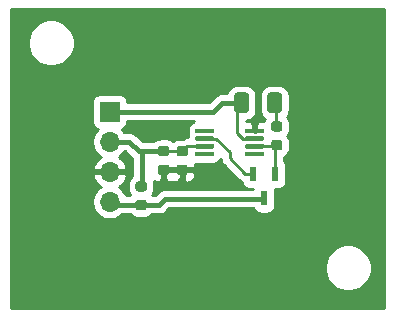
<source format=gbr>
%TF.GenerationSoftware,KiCad,Pcbnew,5.1.6-c6e7f7d~87~ubuntu18.04.1*%
%TF.CreationDate,2021-12-05T00:26:55-08:00*%
%TF.ProjectId,op-amp-low-side-current-sense,6f702d61-6d70-42d6-9c6f-772d73696465,rev?*%
%TF.SameCoordinates,Original*%
%TF.FileFunction,Copper,L1,Top*%
%TF.FilePolarity,Positive*%
%FSLAX46Y46*%
G04 Gerber Fmt 4.6, Leading zero omitted, Abs format (unit mm)*
G04 Created by KiCad (PCBNEW 5.1.6-c6e7f7d~87~ubuntu18.04.1) date 2021-12-05 00:26:55*
%MOMM*%
%LPD*%
G01*
G04 APERTURE LIST*
%TA.AperFunction,SMDPad,CuDef*%
%ADD10R,0.600000X1.300000*%
%TD*%
%TA.AperFunction,ComponentPad*%
%ADD11O,1.700000X1.700000*%
%TD*%
%TA.AperFunction,ComponentPad*%
%ADD12R,1.700000X1.700000*%
%TD*%
%TA.AperFunction,ViaPad*%
%ADD13C,0.800000*%
%TD*%
%TA.AperFunction,Conductor*%
%ADD14C,0.381000*%
%TD*%
%TA.AperFunction,Conductor*%
%ADD15C,0.250000*%
%TD*%
%TA.AperFunction,Conductor*%
%ADD16C,0.254000*%
%TD*%
G04 APERTURE END LIST*
%TO.P,R3,2*%
%TO.N,Net-(R1-Pad2)*%
%TA.AperFunction,SMDPad,CuDef*%
G36*
G01*
X165875000Y-93081000D02*
X165875000Y-91831000D01*
G75*
G02*
X166125000Y-91581000I250000J0D01*
G01*
X166875000Y-91581000D01*
G75*
G02*
X167125000Y-91831000I0J-250000D01*
G01*
X167125000Y-93081000D01*
G75*
G02*
X166875000Y-93331000I-250000J0D01*
G01*
X166125000Y-93331000D01*
G75*
G02*
X165875000Y-93081000I0J250000D01*
G01*
G37*
%TD.AperFunction*%
%TO.P,R3,1*%
%TO.N,/LOAD_RETURN*%
%TA.AperFunction,SMDPad,CuDef*%
G36*
G01*
X163075000Y-93081000D02*
X163075000Y-91831000D01*
G75*
G02*
X163325000Y-91581000I250000J0D01*
G01*
X164075000Y-91581000D01*
G75*
G02*
X164325000Y-91831000I0J-250000D01*
G01*
X164325000Y-93081000D01*
G75*
G02*
X164075000Y-93331000I-250000J0D01*
G01*
X163325000Y-93331000D01*
G75*
G02*
X163075000Y-93081000I0J250000D01*
G01*
G37*
%TD.AperFunction*%
%TD*%
%TO.P,U1,8*%
%TO.N,Net-(U1-Pad8)*%
%TA.AperFunction,SMDPad,CuDef*%
G36*
G01*
X161387000Y-96696500D02*
X161387000Y-96896500D01*
G75*
G02*
X161287000Y-96996500I-100000J0D01*
G01*
X159862000Y-96996500D01*
G75*
G02*
X159762000Y-96896500I0J100000D01*
G01*
X159762000Y-96696500D01*
G75*
G02*
X159862000Y-96596500I100000J0D01*
G01*
X161287000Y-96596500D01*
G75*
G02*
X161387000Y-96696500I0J-100000D01*
G01*
G37*
%TD.AperFunction*%
%TO.P,U1,7*%
%TO.N,+5V*%
%TA.AperFunction,SMDPad,CuDef*%
G36*
G01*
X161387000Y-96046500D02*
X161387000Y-96246500D01*
G75*
G02*
X161287000Y-96346500I-100000J0D01*
G01*
X159862000Y-96346500D01*
G75*
G02*
X159762000Y-96246500I0J100000D01*
G01*
X159762000Y-96046500D01*
G75*
G02*
X159862000Y-95946500I100000J0D01*
G01*
X161287000Y-95946500D01*
G75*
G02*
X161387000Y-96046500I0J-100000D01*
G01*
G37*
%TD.AperFunction*%
%TO.P,U1,6*%
%TO.N,Net-(Q1-Pad2)*%
%TA.AperFunction,SMDPad,CuDef*%
G36*
G01*
X161387000Y-95396500D02*
X161387000Y-95596500D01*
G75*
G02*
X161287000Y-95696500I-100000J0D01*
G01*
X159862000Y-95696500D01*
G75*
G02*
X159762000Y-95596500I0J100000D01*
G01*
X159762000Y-95396500D01*
G75*
G02*
X159862000Y-95296500I100000J0D01*
G01*
X161287000Y-95296500D01*
G75*
G02*
X161387000Y-95396500I0J-100000D01*
G01*
G37*
%TD.AperFunction*%
%TO.P,U1,5*%
%TO.N,Net-(U1-Pad5)*%
%TA.AperFunction,SMDPad,CuDef*%
G36*
G01*
X161387000Y-94746500D02*
X161387000Y-94946500D01*
G75*
G02*
X161287000Y-95046500I-100000J0D01*
G01*
X159862000Y-95046500D01*
G75*
G02*
X159762000Y-94946500I0J100000D01*
G01*
X159762000Y-94746500D01*
G75*
G02*
X159862000Y-94646500I100000J0D01*
G01*
X161287000Y-94646500D01*
G75*
G02*
X161387000Y-94746500I0J-100000D01*
G01*
G37*
%TD.AperFunction*%
%TO.P,U1,4*%
%TO.N,GND*%
%TA.AperFunction,SMDPad,CuDef*%
G36*
G01*
X165612000Y-94746500D02*
X165612000Y-94946500D01*
G75*
G02*
X165512000Y-95046500I-100000J0D01*
G01*
X164087000Y-95046500D01*
G75*
G02*
X163987000Y-94946500I0J100000D01*
G01*
X163987000Y-94746500D01*
G75*
G02*
X164087000Y-94646500I100000J0D01*
G01*
X165512000Y-94646500D01*
G75*
G02*
X165612000Y-94746500I0J-100000D01*
G01*
G37*
%TD.AperFunction*%
%TO.P,U1,3*%
%TO.N,/LOAD_RETURN*%
%TA.AperFunction,SMDPad,CuDef*%
G36*
G01*
X165612000Y-95396500D02*
X165612000Y-95596500D01*
G75*
G02*
X165512000Y-95696500I-100000J0D01*
G01*
X164087000Y-95696500D01*
G75*
G02*
X163987000Y-95596500I0J100000D01*
G01*
X163987000Y-95396500D01*
G75*
G02*
X164087000Y-95296500I100000J0D01*
G01*
X165512000Y-95296500D01*
G75*
G02*
X165612000Y-95396500I0J-100000D01*
G01*
G37*
%TD.AperFunction*%
%TO.P,U1,2*%
%TO.N,Net-(Q1-Pad1)*%
%TA.AperFunction,SMDPad,CuDef*%
G36*
G01*
X165612000Y-96046500D02*
X165612000Y-96246500D01*
G75*
G02*
X165512000Y-96346500I-100000J0D01*
G01*
X164087000Y-96346500D01*
G75*
G02*
X163987000Y-96246500I0J100000D01*
G01*
X163987000Y-96046500D01*
G75*
G02*
X164087000Y-95946500I100000J0D01*
G01*
X165512000Y-95946500D01*
G75*
G02*
X165612000Y-96046500I0J-100000D01*
G01*
G37*
%TD.AperFunction*%
%TO.P,U1,1*%
%TO.N,Net-(U1-Pad1)*%
%TA.AperFunction,SMDPad,CuDef*%
G36*
G01*
X165612000Y-96696500D02*
X165612000Y-96896500D01*
G75*
G02*
X165512000Y-96996500I-100000J0D01*
G01*
X164087000Y-96996500D01*
G75*
G02*
X163987000Y-96896500I0J100000D01*
G01*
X163987000Y-96696500D01*
G75*
G02*
X164087000Y-96596500I100000J0D01*
G01*
X165512000Y-96596500D01*
G75*
G02*
X165612000Y-96696500I0J-100000D01*
G01*
G37*
%TD.AperFunction*%
%TD*%
%TO.P,R2,2*%
%TO.N,/Vout*%
%TA.AperFunction,SMDPad,CuDef*%
G36*
G01*
X154937750Y-100680000D02*
X155450250Y-100680000D01*
G75*
G02*
X155669000Y-100898750I0J-218750D01*
G01*
X155669000Y-101336250D01*
G75*
G02*
X155450250Y-101555000I-218750J0D01*
G01*
X154937750Y-101555000D01*
G75*
G02*
X154719000Y-101336250I0J218750D01*
G01*
X154719000Y-100898750D01*
G75*
G02*
X154937750Y-100680000I218750J0D01*
G01*
G37*
%TD.AperFunction*%
%TO.P,R2,1*%
%TO.N,+5V*%
%TA.AperFunction,SMDPad,CuDef*%
G36*
G01*
X154937750Y-99105000D02*
X155450250Y-99105000D01*
G75*
G02*
X155669000Y-99323750I0J-218750D01*
G01*
X155669000Y-99761250D01*
G75*
G02*
X155450250Y-99980000I-218750J0D01*
G01*
X154937750Y-99980000D01*
G75*
G02*
X154719000Y-99761250I0J218750D01*
G01*
X154719000Y-99323750D01*
G75*
G02*
X154937750Y-99105000I218750J0D01*
G01*
G37*
%TD.AperFunction*%
%TD*%
%TO.P,R1,2*%
%TO.N,Net-(R1-Pad2)*%
%TA.AperFunction,SMDPad,CuDef*%
G36*
G01*
X166943750Y-94900000D02*
X166431250Y-94900000D01*
G75*
G02*
X166212500Y-94681250I0J218750D01*
G01*
X166212500Y-94243750D01*
G75*
G02*
X166431250Y-94025000I218750J0D01*
G01*
X166943750Y-94025000D01*
G75*
G02*
X167162500Y-94243750I0J-218750D01*
G01*
X167162500Y-94681250D01*
G75*
G02*
X166943750Y-94900000I-218750J0D01*
G01*
G37*
%TD.AperFunction*%
%TO.P,R1,1*%
%TO.N,Net-(Q1-Pad1)*%
%TA.AperFunction,SMDPad,CuDef*%
G36*
G01*
X166943750Y-96475000D02*
X166431250Y-96475000D01*
G75*
G02*
X166212500Y-96256250I0J218750D01*
G01*
X166212500Y-95818750D01*
G75*
G02*
X166431250Y-95600000I218750J0D01*
G01*
X166943750Y-95600000D01*
G75*
G02*
X167162500Y-95818750I0J-218750D01*
G01*
X167162500Y-96256250D01*
G75*
G02*
X166943750Y-96475000I-218750J0D01*
G01*
G37*
%TD.AperFunction*%
%TD*%
D10*
%TO.P,Q1,1*%
%TO.N,Net-(Q1-Pad1)*%
X166558000Y-98454500D03*
%TO.P,Q1,2*%
%TO.N,Net-(Q1-Pad2)*%
X164658000Y-98454500D03*
%TO.P,Q1,3*%
%TO.N,/Vout*%
X165608000Y-100554500D03*
%TD*%
%TO.P,C1,2*%
%TO.N,+5V*%
%TA.AperFunction,SMDPad,CuDef*%
G36*
G01*
X157355250Y-96995500D02*
X156842750Y-96995500D01*
G75*
G02*
X156624000Y-96776750I0J218750D01*
G01*
X156624000Y-96339250D01*
G75*
G02*
X156842750Y-96120500I218750J0D01*
G01*
X157355250Y-96120500D01*
G75*
G02*
X157574000Y-96339250I0J-218750D01*
G01*
X157574000Y-96776750D01*
G75*
G02*
X157355250Y-96995500I-218750J0D01*
G01*
G37*
%TD.AperFunction*%
%TO.P,C1,1*%
%TO.N,GND*%
%TA.AperFunction,SMDPad,CuDef*%
G36*
G01*
X157355250Y-98570500D02*
X156842750Y-98570500D01*
G75*
G02*
X156624000Y-98351750I0J218750D01*
G01*
X156624000Y-97914250D01*
G75*
G02*
X156842750Y-97695500I218750J0D01*
G01*
X157355250Y-97695500D01*
G75*
G02*
X157574000Y-97914250I0J-218750D01*
G01*
X157574000Y-98351750D01*
G75*
G02*
X157355250Y-98570500I-218750J0D01*
G01*
G37*
%TD.AperFunction*%
%TD*%
%TO.P,C2,2*%
%TO.N,+5V*%
%TA.AperFunction,SMDPad,CuDef*%
G36*
G01*
X158930050Y-97008200D02*
X158417550Y-97008200D01*
G75*
G02*
X158198800Y-96789450I0J218750D01*
G01*
X158198800Y-96351950D01*
G75*
G02*
X158417550Y-96133200I218750J0D01*
G01*
X158930050Y-96133200D01*
G75*
G02*
X159148800Y-96351950I0J-218750D01*
G01*
X159148800Y-96789450D01*
G75*
G02*
X158930050Y-97008200I-218750J0D01*
G01*
G37*
%TD.AperFunction*%
%TO.P,C2,1*%
%TO.N,GND*%
%TA.AperFunction,SMDPad,CuDef*%
G36*
G01*
X158930050Y-98583200D02*
X158417550Y-98583200D01*
G75*
G02*
X158198800Y-98364450I0J218750D01*
G01*
X158198800Y-97926950D01*
G75*
G02*
X158417550Y-97708200I218750J0D01*
G01*
X158930050Y-97708200D01*
G75*
G02*
X159148800Y-97926950I0J-218750D01*
G01*
X159148800Y-98364450D01*
G75*
G02*
X158930050Y-98583200I-218750J0D01*
G01*
G37*
%TD.AperFunction*%
%TD*%
D11*
%TO.P,J2,4*%
%TO.N,/Vout*%
X152527000Y-100838000D03*
%TO.P,J2,3*%
%TO.N,GND*%
X152527000Y-98298000D03*
%TO.P,J2,2*%
%TO.N,+5V*%
X152527000Y-95758000D03*
D12*
%TO.P,J2,1*%
%TO.N,/LOAD_RETURN*%
X152527000Y-93218000D03*
%TD*%
D13*
%TO.N,GND*%
X157099000Y-99187000D03*
X158623000Y-99187000D03*
X164846000Y-94107000D03*
X157226000Y-94615000D03*
%TD*%
D14*
%TO.N,GND*%
X164846000Y-94800000D02*
X164799500Y-94846500D01*
X164846000Y-94107000D02*
X164846000Y-94800000D01*
X157099000Y-98133000D02*
X157099000Y-99187000D01*
X158673800Y-99136200D02*
X158623000Y-99187000D01*
X158673800Y-98145700D02*
X158673800Y-99136200D01*
%TO.N,/Vout*%
X152837000Y-101148000D02*
X152527000Y-100838000D01*
X152781000Y-100584000D02*
X152527000Y-100838000D01*
X156718000Y-101092000D02*
X157226000Y-100584000D01*
X165578500Y-100584000D02*
X165608000Y-100554500D01*
X157226000Y-100584000D02*
X165578500Y-100584000D01*
X155194000Y-101117500D02*
X155219500Y-101092000D01*
X155219500Y-101092000D02*
X156718000Y-101092000D01*
X155168500Y-101092000D02*
X155194000Y-101117500D01*
X152527000Y-100838000D02*
X152781000Y-101092000D01*
X152781000Y-101092000D02*
X155168500Y-101092000D01*
D15*
%TO.N,+5V*%
X159098000Y-96146500D02*
X158673800Y-96570700D01*
X160574500Y-96146500D02*
X159098000Y-96146500D01*
X158661100Y-96558000D02*
X158673800Y-96570700D01*
X157099000Y-96558000D02*
X158661100Y-96558000D01*
D14*
X152527000Y-95758000D02*
X154178000Y-95758000D01*
X154178000Y-95758000D02*
X154978000Y-96558000D01*
X155232000Y-99504500D02*
X155194000Y-99542500D01*
X155232000Y-96558000D02*
X155232000Y-99504500D01*
X155232000Y-96558000D02*
X157099000Y-96558000D01*
X154978000Y-96558000D02*
X155232000Y-96558000D01*
D15*
%TO.N,/LOAD_RETURN*%
X163822500Y-95496500D02*
X164799500Y-95496500D01*
X163322000Y-94996000D02*
X163822500Y-95496500D01*
X163700000Y-92456000D02*
X163322000Y-92834000D01*
X163322000Y-92834000D02*
X163322000Y-94234000D01*
X163322000Y-94234000D02*
X163322000Y-94996000D01*
D14*
X152527000Y-93218000D02*
X161290000Y-93218000D01*
X162052000Y-92456000D02*
X163700000Y-92456000D01*
X161290000Y-93218000D02*
X162052000Y-92456000D01*
D15*
%TO.N,Net-(Q1-Pad1)*%
X166578500Y-96146500D02*
X166687500Y-96037500D01*
X164799500Y-96146500D02*
X166578500Y-96146500D01*
X166558000Y-96167000D02*
X166687500Y-96037500D01*
X166558000Y-98454500D02*
X166558000Y-96167000D01*
%TO.N,Net-(Q1-Pad2)*%
X162687000Y-97155000D02*
X163986500Y-98454500D01*
X160574500Y-95496500D02*
X161536500Y-95496500D01*
X163986500Y-98454500D02*
X164658000Y-98454500D01*
X162687000Y-96647000D02*
X162687000Y-97155000D01*
X161536500Y-95496500D02*
X162687000Y-96647000D01*
%TO.N,Net-(R1-Pad2)*%
X166649500Y-94424500D02*
X166687500Y-94462500D01*
X166649500Y-92964000D02*
X166649500Y-94424500D01*
%TD*%
D16*
%TO.N,GND*%
G36*
X175743000Y-109830000D02*
G01*
X144170000Y-109830000D01*
X144170000Y-106230495D01*
X170735000Y-106230495D01*
X170735000Y-106621505D01*
X170811282Y-107005003D01*
X170960915Y-107366250D01*
X171178149Y-107691364D01*
X171454636Y-107967851D01*
X171779750Y-108185085D01*
X172140997Y-108334718D01*
X172524495Y-108411000D01*
X172915505Y-108411000D01*
X173299003Y-108334718D01*
X173660250Y-108185085D01*
X173985364Y-107967851D01*
X174261851Y-107691364D01*
X174479085Y-107366250D01*
X174628718Y-107005003D01*
X174705000Y-106621505D01*
X174705000Y-106230495D01*
X174628718Y-105846997D01*
X174479085Y-105485750D01*
X174261851Y-105160636D01*
X173985364Y-104884149D01*
X173660250Y-104666915D01*
X173299003Y-104517282D01*
X172915505Y-104441000D01*
X172524495Y-104441000D01*
X172140997Y-104517282D01*
X171779750Y-104666915D01*
X171454636Y-104884149D01*
X171178149Y-105160636D01*
X170960915Y-105485750D01*
X170811282Y-105846997D01*
X170735000Y-106230495D01*
X144170000Y-106230495D01*
X144170000Y-92368000D01*
X151038928Y-92368000D01*
X151038928Y-94068000D01*
X151051188Y-94192482D01*
X151087498Y-94312180D01*
X151146463Y-94422494D01*
X151225815Y-94519185D01*
X151322506Y-94598537D01*
X151432820Y-94657502D01*
X151505380Y-94679513D01*
X151373525Y-94811368D01*
X151211010Y-95054589D01*
X151099068Y-95324842D01*
X151042000Y-95611740D01*
X151042000Y-95904260D01*
X151099068Y-96191158D01*
X151211010Y-96461411D01*
X151373525Y-96704632D01*
X151580368Y-96911475D01*
X151762534Y-97033195D01*
X151645645Y-97102822D01*
X151429412Y-97297731D01*
X151255359Y-97531080D01*
X151130175Y-97793901D01*
X151085524Y-97941110D01*
X151206845Y-98171000D01*
X152400000Y-98171000D01*
X152400000Y-98151000D01*
X152654000Y-98151000D01*
X152654000Y-98171000D01*
X153847155Y-98171000D01*
X153968476Y-97941110D01*
X153923825Y-97793901D01*
X153798641Y-97531080D01*
X153624588Y-97297731D01*
X153408355Y-97102822D01*
X153291466Y-97033195D01*
X153473632Y-96911475D01*
X153680475Y-96704632D01*
X153761413Y-96583500D01*
X153836067Y-96583500D01*
X154365611Y-97113044D01*
X154391459Y-97144541D01*
X154406500Y-97156885D01*
X154406501Y-98656650D01*
X154331885Y-98717885D01*
X154225329Y-98847725D01*
X154146150Y-98995858D01*
X154097392Y-99156592D01*
X154080928Y-99323750D01*
X154080928Y-99761250D01*
X154097392Y-99928408D01*
X154146150Y-100089142D01*
X154225329Y-100237275D01*
X154249313Y-100266500D01*
X153897629Y-100266500D01*
X153842990Y-100134589D01*
X153680475Y-99891368D01*
X153473632Y-99684525D01*
X153291466Y-99562805D01*
X153408355Y-99493178D01*
X153624588Y-99298269D01*
X153798641Y-99064920D01*
X153923825Y-98802099D01*
X153968476Y-98654890D01*
X153847155Y-98425000D01*
X152654000Y-98425000D01*
X152654000Y-98445000D01*
X152400000Y-98445000D01*
X152400000Y-98425000D01*
X151206845Y-98425000D01*
X151085524Y-98654890D01*
X151130175Y-98802099D01*
X151255359Y-99064920D01*
X151429412Y-99298269D01*
X151645645Y-99493178D01*
X151762534Y-99562805D01*
X151580368Y-99684525D01*
X151373525Y-99891368D01*
X151211010Y-100134589D01*
X151099068Y-100404842D01*
X151042000Y-100691740D01*
X151042000Y-100984260D01*
X151099068Y-101271158D01*
X151211010Y-101541411D01*
X151373525Y-101784632D01*
X151580368Y-101991475D01*
X151823589Y-102153990D01*
X152093842Y-102265932D01*
X152380740Y-102323000D01*
X152673260Y-102323000D01*
X152960158Y-102265932D01*
X153230411Y-102153990D01*
X153473632Y-101991475D01*
X153547607Y-101917500D01*
X154311684Y-101917500D01*
X154331885Y-101942115D01*
X154461725Y-102048671D01*
X154609858Y-102127850D01*
X154770592Y-102176608D01*
X154937750Y-102193072D01*
X155450250Y-102193072D01*
X155617408Y-102176608D01*
X155778142Y-102127850D01*
X155926275Y-102048671D01*
X156056115Y-101942115D01*
X156076316Y-101917500D01*
X156677450Y-101917500D01*
X156718000Y-101921494D01*
X156758550Y-101917500D01*
X156758553Y-101917500D01*
X156879826Y-101905556D01*
X157035434Y-101858353D01*
X157178842Y-101781699D01*
X157304541Y-101678541D01*
X157330398Y-101647034D01*
X157567932Y-101409500D01*
X164706613Y-101409500D01*
X164718498Y-101448680D01*
X164777463Y-101558994D01*
X164856815Y-101655685D01*
X164953506Y-101735037D01*
X165063820Y-101794002D01*
X165183518Y-101830312D01*
X165308000Y-101842572D01*
X165908000Y-101842572D01*
X166032482Y-101830312D01*
X166152180Y-101794002D01*
X166262494Y-101735037D01*
X166359185Y-101655685D01*
X166438537Y-101558994D01*
X166497502Y-101448680D01*
X166533812Y-101328982D01*
X166546072Y-101204500D01*
X166546072Y-99904500D01*
X166533812Y-99780018D01*
X166522453Y-99742572D01*
X166858000Y-99742572D01*
X166982482Y-99730312D01*
X167102180Y-99694002D01*
X167212494Y-99635037D01*
X167309185Y-99555685D01*
X167388537Y-99458994D01*
X167447502Y-99348680D01*
X167483812Y-99228982D01*
X167496072Y-99104500D01*
X167496072Y-97804500D01*
X167483812Y-97680018D01*
X167447502Y-97560320D01*
X167388537Y-97450006D01*
X167318000Y-97364056D01*
X167318000Y-97023071D01*
X167419775Y-96968671D01*
X167549615Y-96862115D01*
X167656171Y-96732275D01*
X167735350Y-96584142D01*
X167784108Y-96423408D01*
X167800572Y-96256250D01*
X167800572Y-95818750D01*
X167784108Y-95651592D01*
X167735350Y-95490858D01*
X167656171Y-95342725D01*
X167580074Y-95250000D01*
X167656171Y-95157275D01*
X167735350Y-95009142D01*
X167784108Y-94848408D01*
X167800572Y-94681250D01*
X167800572Y-94243750D01*
X167784108Y-94076592D01*
X167735350Y-93915858D01*
X167656171Y-93767725D01*
X167555454Y-93645000D01*
X167613405Y-93574386D01*
X167695472Y-93420850D01*
X167746008Y-93254254D01*
X167763072Y-93081000D01*
X167763072Y-91831000D01*
X167746008Y-91657746D01*
X167695472Y-91491150D01*
X167613405Y-91337614D01*
X167502962Y-91203038D01*
X167368386Y-91092595D01*
X167214850Y-91010528D01*
X167048254Y-90959992D01*
X166875000Y-90942928D01*
X166125000Y-90942928D01*
X165951746Y-90959992D01*
X165785150Y-91010528D01*
X165631614Y-91092595D01*
X165497038Y-91203038D01*
X165386595Y-91337614D01*
X165304528Y-91491150D01*
X165253992Y-91657746D01*
X165236928Y-91831000D01*
X165236928Y-93081000D01*
X165253992Y-93254254D01*
X165304528Y-93420850D01*
X165386595Y-93574386D01*
X165497038Y-93708962D01*
X165631614Y-93819405D01*
X165677963Y-93844179D01*
X165639650Y-93915858D01*
X165611338Y-94009191D01*
X165603037Y-94008491D01*
X165085250Y-94011500D01*
X164926500Y-94170250D01*
X164926500Y-94658428D01*
X164672500Y-94658428D01*
X164672500Y-94170250D01*
X164513750Y-94011500D01*
X164082000Y-94008991D01*
X164082000Y-93968383D01*
X164248254Y-93952008D01*
X164414850Y-93901472D01*
X164568386Y-93819405D01*
X164702962Y-93708962D01*
X164813405Y-93574386D01*
X164895472Y-93420850D01*
X164946008Y-93254254D01*
X164963072Y-93081000D01*
X164963072Y-91831000D01*
X164946008Y-91657746D01*
X164895472Y-91491150D01*
X164813405Y-91337614D01*
X164702962Y-91203038D01*
X164568386Y-91092595D01*
X164414850Y-91010528D01*
X164248254Y-90959992D01*
X164075000Y-90942928D01*
X163325000Y-90942928D01*
X163151746Y-90959992D01*
X162985150Y-91010528D01*
X162831614Y-91092595D01*
X162697038Y-91203038D01*
X162586595Y-91337614D01*
X162504528Y-91491150D01*
X162462257Y-91630500D01*
X162092550Y-91630500D01*
X162052000Y-91626506D01*
X162011449Y-91630500D01*
X162011447Y-91630500D01*
X161890174Y-91642444D01*
X161734566Y-91689647D01*
X161591157Y-91766301D01*
X161496958Y-91843608D01*
X161496955Y-91843611D01*
X161465459Y-91869459D01*
X161439611Y-91900956D01*
X160948067Y-92392500D01*
X154015072Y-92392500D01*
X154015072Y-92368000D01*
X154002812Y-92243518D01*
X153966502Y-92123820D01*
X153907537Y-92013506D01*
X153828185Y-91916815D01*
X153731494Y-91837463D01*
X153621180Y-91778498D01*
X153501482Y-91742188D01*
X153377000Y-91729928D01*
X151677000Y-91729928D01*
X151552518Y-91742188D01*
X151432820Y-91778498D01*
X151322506Y-91837463D01*
X151225815Y-91916815D01*
X151146463Y-92013506D01*
X151087498Y-92123820D01*
X151051188Y-92243518D01*
X151038928Y-92368000D01*
X144170000Y-92368000D01*
X144170000Y-87180495D01*
X145589000Y-87180495D01*
X145589000Y-87571505D01*
X145665282Y-87955003D01*
X145814915Y-88316250D01*
X146032149Y-88641364D01*
X146308636Y-88917851D01*
X146633750Y-89135085D01*
X146994997Y-89284718D01*
X147378495Y-89361000D01*
X147769505Y-89361000D01*
X148153003Y-89284718D01*
X148514250Y-89135085D01*
X148839364Y-88917851D01*
X149115851Y-88641364D01*
X149333085Y-88316250D01*
X149482718Y-87955003D01*
X149559000Y-87571505D01*
X149559000Y-87180495D01*
X149482718Y-86796997D01*
X149333085Y-86435750D01*
X149115851Y-86110636D01*
X148839364Y-85834149D01*
X148514250Y-85616915D01*
X148153003Y-85467282D01*
X147769505Y-85391000D01*
X147378495Y-85391000D01*
X146994997Y-85467282D01*
X146633750Y-85616915D01*
X146308636Y-85834149D01*
X146032149Y-86110636D01*
X145814915Y-86435750D01*
X145665282Y-86796997D01*
X145589000Y-87180495D01*
X144170000Y-87180495D01*
X144170000Y-84480000D01*
X175743001Y-84480000D01*
X175743000Y-109830000D01*
G37*
X175743000Y-109830000D02*
X144170000Y-109830000D01*
X144170000Y-106230495D01*
X170735000Y-106230495D01*
X170735000Y-106621505D01*
X170811282Y-107005003D01*
X170960915Y-107366250D01*
X171178149Y-107691364D01*
X171454636Y-107967851D01*
X171779750Y-108185085D01*
X172140997Y-108334718D01*
X172524495Y-108411000D01*
X172915505Y-108411000D01*
X173299003Y-108334718D01*
X173660250Y-108185085D01*
X173985364Y-107967851D01*
X174261851Y-107691364D01*
X174479085Y-107366250D01*
X174628718Y-107005003D01*
X174705000Y-106621505D01*
X174705000Y-106230495D01*
X174628718Y-105846997D01*
X174479085Y-105485750D01*
X174261851Y-105160636D01*
X173985364Y-104884149D01*
X173660250Y-104666915D01*
X173299003Y-104517282D01*
X172915505Y-104441000D01*
X172524495Y-104441000D01*
X172140997Y-104517282D01*
X171779750Y-104666915D01*
X171454636Y-104884149D01*
X171178149Y-105160636D01*
X170960915Y-105485750D01*
X170811282Y-105846997D01*
X170735000Y-106230495D01*
X144170000Y-106230495D01*
X144170000Y-92368000D01*
X151038928Y-92368000D01*
X151038928Y-94068000D01*
X151051188Y-94192482D01*
X151087498Y-94312180D01*
X151146463Y-94422494D01*
X151225815Y-94519185D01*
X151322506Y-94598537D01*
X151432820Y-94657502D01*
X151505380Y-94679513D01*
X151373525Y-94811368D01*
X151211010Y-95054589D01*
X151099068Y-95324842D01*
X151042000Y-95611740D01*
X151042000Y-95904260D01*
X151099068Y-96191158D01*
X151211010Y-96461411D01*
X151373525Y-96704632D01*
X151580368Y-96911475D01*
X151762534Y-97033195D01*
X151645645Y-97102822D01*
X151429412Y-97297731D01*
X151255359Y-97531080D01*
X151130175Y-97793901D01*
X151085524Y-97941110D01*
X151206845Y-98171000D01*
X152400000Y-98171000D01*
X152400000Y-98151000D01*
X152654000Y-98151000D01*
X152654000Y-98171000D01*
X153847155Y-98171000D01*
X153968476Y-97941110D01*
X153923825Y-97793901D01*
X153798641Y-97531080D01*
X153624588Y-97297731D01*
X153408355Y-97102822D01*
X153291466Y-97033195D01*
X153473632Y-96911475D01*
X153680475Y-96704632D01*
X153761413Y-96583500D01*
X153836067Y-96583500D01*
X154365611Y-97113044D01*
X154391459Y-97144541D01*
X154406500Y-97156885D01*
X154406501Y-98656650D01*
X154331885Y-98717885D01*
X154225329Y-98847725D01*
X154146150Y-98995858D01*
X154097392Y-99156592D01*
X154080928Y-99323750D01*
X154080928Y-99761250D01*
X154097392Y-99928408D01*
X154146150Y-100089142D01*
X154225329Y-100237275D01*
X154249313Y-100266500D01*
X153897629Y-100266500D01*
X153842990Y-100134589D01*
X153680475Y-99891368D01*
X153473632Y-99684525D01*
X153291466Y-99562805D01*
X153408355Y-99493178D01*
X153624588Y-99298269D01*
X153798641Y-99064920D01*
X153923825Y-98802099D01*
X153968476Y-98654890D01*
X153847155Y-98425000D01*
X152654000Y-98425000D01*
X152654000Y-98445000D01*
X152400000Y-98445000D01*
X152400000Y-98425000D01*
X151206845Y-98425000D01*
X151085524Y-98654890D01*
X151130175Y-98802099D01*
X151255359Y-99064920D01*
X151429412Y-99298269D01*
X151645645Y-99493178D01*
X151762534Y-99562805D01*
X151580368Y-99684525D01*
X151373525Y-99891368D01*
X151211010Y-100134589D01*
X151099068Y-100404842D01*
X151042000Y-100691740D01*
X151042000Y-100984260D01*
X151099068Y-101271158D01*
X151211010Y-101541411D01*
X151373525Y-101784632D01*
X151580368Y-101991475D01*
X151823589Y-102153990D01*
X152093842Y-102265932D01*
X152380740Y-102323000D01*
X152673260Y-102323000D01*
X152960158Y-102265932D01*
X153230411Y-102153990D01*
X153473632Y-101991475D01*
X153547607Y-101917500D01*
X154311684Y-101917500D01*
X154331885Y-101942115D01*
X154461725Y-102048671D01*
X154609858Y-102127850D01*
X154770592Y-102176608D01*
X154937750Y-102193072D01*
X155450250Y-102193072D01*
X155617408Y-102176608D01*
X155778142Y-102127850D01*
X155926275Y-102048671D01*
X156056115Y-101942115D01*
X156076316Y-101917500D01*
X156677450Y-101917500D01*
X156718000Y-101921494D01*
X156758550Y-101917500D01*
X156758553Y-101917500D01*
X156879826Y-101905556D01*
X157035434Y-101858353D01*
X157178842Y-101781699D01*
X157304541Y-101678541D01*
X157330398Y-101647034D01*
X157567932Y-101409500D01*
X164706613Y-101409500D01*
X164718498Y-101448680D01*
X164777463Y-101558994D01*
X164856815Y-101655685D01*
X164953506Y-101735037D01*
X165063820Y-101794002D01*
X165183518Y-101830312D01*
X165308000Y-101842572D01*
X165908000Y-101842572D01*
X166032482Y-101830312D01*
X166152180Y-101794002D01*
X166262494Y-101735037D01*
X166359185Y-101655685D01*
X166438537Y-101558994D01*
X166497502Y-101448680D01*
X166533812Y-101328982D01*
X166546072Y-101204500D01*
X166546072Y-99904500D01*
X166533812Y-99780018D01*
X166522453Y-99742572D01*
X166858000Y-99742572D01*
X166982482Y-99730312D01*
X167102180Y-99694002D01*
X167212494Y-99635037D01*
X167309185Y-99555685D01*
X167388537Y-99458994D01*
X167447502Y-99348680D01*
X167483812Y-99228982D01*
X167496072Y-99104500D01*
X167496072Y-97804500D01*
X167483812Y-97680018D01*
X167447502Y-97560320D01*
X167388537Y-97450006D01*
X167318000Y-97364056D01*
X167318000Y-97023071D01*
X167419775Y-96968671D01*
X167549615Y-96862115D01*
X167656171Y-96732275D01*
X167735350Y-96584142D01*
X167784108Y-96423408D01*
X167800572Y-96256250D01*
X167800572Y-95818750D01*
X167784108Y-95651592D01*
X167735350Y-95490858D01*
X167656171Y-95342725D01*
X167580074Y-95250000D01*
X167656171Y-95157275D01*
X167735350Y-95009142D01*
X167784108Y-94848408D01*
X167800572Y-94681250D01*
X167800572Y-94243750D01*
X167784108Y-94076592D01*
X167735350Y-93915858D01*
X167656171Y-93767725D01*
X167555454Y-93645000D01*
X167613405Y-93574386D01*
X167695472Y-93420850D01*
X167746008Y-93254254D01*
X167763072Y-93081000D01*
X167763072Y-91831000D01*
X167746008Y-91657746D01*
X167695472Y-91491150D01*
X167613405Y-91337614D01*
X167502962Y-91203038D01*
X167368386Y-91092595D01*
X167214850Y-91010528D01*
X167048254Y-90959992D01*
X166875000Y-90942928D01*
X166125000Y-90942928D01*
X165951746Y-90959992D01*
X165785150Y-91010528D01*
X165631614Y-91092595D01*
X165497038Y-91203038D01*
X165386595Y-91337614D01*
X165304528Y-91491150D01*
X165253992Y-91657746D01*
X165236928Y-91831000D01*
X165236928Y-93081000D01*
X165253992Y-93254254D01*
X165304528Y-93420850D01*
X165386595Y-93574386D01*
X165497038Y-93708962D01*
X165631614Y-93819405D01*
X165677963Y-93844179D01*
X165639650Y-93915858D01*
X165611338Y-94009191D01*
X165603037Y-94008491D01*
X165085250Y-94011500D01*
X164926500Y-94170250D01*
X164926500Y-94658428D01*
X164672500Y-94658428D01*
X164672500Y-94170250D01*
X164513750Y-94011500D01*
X164082000Y-94008991D01*
X164082000Y-93968383D01*
X164248254Y-93952008D01*
X164414850Y-93901472D01*
X164568386Y-93819405D01*
X164702962Y-93708962D01*
X164813405Y-93574386D01*
X164895472Y-93420850D01*
X164946008Y-93254254D01*
X164963072Y-93081000D01*
X164963072Y-91831000D01*
X164946008Y-91657746D01*
X164895472Y-91491150D01*
X164813405Y-91337614D01*
X164702962Y-91203038D01*
X164568386Y-91092595D01*
X164414850Y-91010528D01*
X164248254Y-90959992D01*
X164075000Y-90942928D01*
X163325000Y-90942928D01*
X163151746Y-90959992D01*
X162985150Y-91010528D01*
X162831614Y-91092595D01*
X162697038Y-91203038D01*
X162586595Y-91337614D01*
X162504528Y-91491150D01*
X162462257Y-91630500D01*
X162092550Y-91630500D01*
X162052000Y-91626506D01*
X162011449Y-91630500D01*
X162011447Y-91630500D01*
X161890174Y-91642444D01*
X161734566Y-91689647D01*
X161591157Y-91766301D01*
X161496958Y-91843608D01*
X161496955Y-91843611D01*
X161465459Y-91869459D01*
X161439611Y-91900956D01*
X160948067Y-92392500D01*
X154015072Y-92392500D01*
X154015072Y-92368000D01*
X154002812Y-92243518D01*
X153966502Y-92123820D01*
X153907537Y-92013506D01*
X153828185Y-91916815D01*
X153731494Y-91837463D01*
X153621180Y-91778498D01*
X153501482Y-91742188D01*
X153377000Y-91729928D01*
X151677000Y-91729928D01*
X151552518Y-91742188D01*
X151432820Y-91778498D01*
X151322506Y-91837463D01*
X151225815Y-91916815D01*
X151146463Y-92013506D01*
X151087498Y-92123820D01*
X151051188Y-92243518D01*
X151038928Y-92368000D01*
X144170000Y-92368000D01*
X144170000Y-87180495D01*
X145589000Y-87180495D01*
X145589000Y-87571505D01*
X145665282Y-87955003D01*
X145814915Y-88316250D01*
X146032149Y-88641364D01*
X146308636Y-88917851D01*
X146633750Y-89135085D01*
X146994997Y-89284718D01*
X147378495Y-89361000D01*
X147769505Y-89361000D01*
X148153003Y-89284718D01*
X148514250Y-89135085D01*
X148839364Y-88917851D01*
X149115851Y-88641364D01*
X149333085Y-88316250D01*
X149482718Y-87955003D01*
X149559000Y-87571505D01*
X149559000Y-87180495D01*
X149482718Y-86796997D01*
X149333085Y-86435750D01*
X149115851Y-86110636D01*
X148839364Y-85834149D01*
X148514250Y-85616915D01*
X148153003Y-85467282D01*
X147769505Y-85391000D01*
X147378495Y-85391000D01*
X146994997Y-85467282D01*
X146633750Y-85616915D01*
X146308636Y-85834149D01*
X146032149Y-86110636D01*
X145814915Y-86435750D01*
X145665282Y-86796997D01*
X145589000Y-87180495D01*
X144170000Y-87180495D01*
X144170000Y-84480000D01*
X175743001Y-84480000D01*
X175743000Y-109830000D01*
G36*
X161937997Y-97303986D02*
G01*
X161981454Y-97447247D01*
X162052026Y-97579276D01*
X162147000Y-97695001D01*
X162175998Y-97718799D01*
X163422701Y-98965503D01*
X163446499Y-98994501D01*
X163475497Y-99018299D01*
X163562224Y-99089474D01*
X163694253Y-99160046D01*
X163726358Y-99169785D01*
X163732188Y-99228982D01*
X163768498Y-99348680D01*
X163827463Y-99458994D01*
X163906815Y-99555685D01*
X164003506Y-99635037D01*
X164113820Y-99694002D01*
X164233518Y-99730312D01*
X164358000Y-99742572D01*
X164693547Y-99742572D01*
X164688715Y-99758500D01*
X157266539Y-99758500D01*
X157225999Y-99754507D01*
X157185459Y-99758500D01*
X157185447Y-99758500D01*
X157064174Y-99770444D01*
X156908566Y-99817647D01*
X156820348Y-99864801D01*
X156765156Y-99894302D01*
X156752730Y-99904500D01*
X156639459Y-99997459D01*
X156613602Y-100028966D01*
X156376068Y-100266500D01*
X156138687Y-100266500D01*
X156162671Y-100237275D01*
X156241850Y-100089142D01*
X156290608Y-99928408D01*
X156307072Y-99761250D01*
X156307072Y-99323750D01*
X156290608Y-99156592D01*
X156274578Y-99103748D01*
X156379820Y-99160002D01*
X156499518Y-99196312D01*
X156624000Y-99208572D01*
X156813250Y-99205500D01*
X156972000Y-99046750D01*
X156972000Y-98260000D01*
X157226000Y-98260000D01*
X157226000Y-99046750D01*
X157384750Y-99205500D01*
X157574000Y-99208572D01*
X157698482Y-99196312D01*
X157818180Y-99160002D01*
X157874520Y-99129887D01*
X157954620Y-99172702D01*
X158074318Y-99209012D01*
X158198800Y-99221272D01*
X158388050Y-99218200D01*
X158546800Y-99059450D01*
X158546800Y-98272700D01*
X158800800Y-98272700D01*
X158800800Y-99059450D01*
X158959550Y-99218200D01*
X159148800Y-99221272D01*
X159273282Y-99209012D01*
X159392980Y-99172702D01*
X159503294Y-99113737D01*
X159599985Y-99034385D01*
X159679337Y-98937694D01*
X159738302Y-98827380D01*
X159774612Y-98707682D01*
X159786872Y-98583200D01*
X159783800Y-98431450D01*
X159625050Y-98272700D01*
X158800800Y-98272700D01*
X158546800Y-98272700D01*
X158062950Y-98272700D01*
X158050250Y-98260000D01*
X157226000Y-98260000D01*
X156972000Y-98260000D01*
X156952000Y-98260000D01*
X156952000Y-98006000D01*
X156972000Y-98006000D01*
X156972000Y-97986000D01*
X157226000Y-97986000D01*
X157226000Y-98006000D01*
X157709850Y-98006000D01*
X157722550Y-98018700D01*
X158546800Y-98018700D01*
X158546800Y-97998700D01*
X158800800Y-97998700D01*
X158800800Y-98018700D01*
X159625050Y-98018700D01*
X159783800Y-97859950D01*
X159786872Y-97708200D01*
X159778814Y-97626379D01*
X159862000Y-97634572D01*
X161287000Y-97634572D01*
X161430991Y-97620390D01*
X161569448Y-97578390D01*
X161697051Y-97510184D01*
X161808896Y-97418396D01*
X161900684Y-97306551D01*
X161932405Y-97247207D01*
X161937997Y-97303986D01*
G37*
X161937997Y-97303986D02*
X161981454Y-97447247D01*
X162052026Y-97579276D01*
X162147000Y-97695001D01*
X162175998Y-97718799D01*
X163422701Y-98965503D01*
X163446499Y-98994501D01*
X163475497Y-99018299D01*
X163562224Y-99089474D01*
X163694253Y-99160046D01*
X163726358Y-99169785D01*
X163732188Y-99228982D01*
X163768498Y-99348680D01*
X163827463Y-99458994D01*
X163906815Y-99555685D01*
X164003506Y-99635037D01*
X164113820Y-99694002D01*
X164233518Y-99730312D01*
X164358000Y-99742572D01*
X164693547Y-99742572D01*
X164688715Y-99758500D01*
X157266539Y-99758500D01*
X157225999Y-99754507D01*
X157185459Y-99758500D01*
X157185447Y-99758500D01*
X157064174Y-99770444D01*
X156908566Y-99817647D01*
X156820348Y-99864801D01*
X156765156Y-99894302D01*
X156752730Y-99904500D01*
X156639459Y-99997459D01*
X156613602Y-100028966D01*
X156376068Y-100266500D01*
X156138687Y-100266500D01*
X156162671Y-100237275D01*
X156241850Y-100089142D01*
X156290608Y-99928408D01*
X156307072Y-99761250D01*
X156307072Y-99323750D01*
X156290608Y-99156592D01*
X156274578Y-99103748D01*
X156379820Y-99160002D01*
X156499518Y-99196312D01*
X156624000Y-99208572D01*
X156813250Y-99205500D01*
X156972000Y-99046750D01*
X156972000Y-98260000D01*
X157226000Y-98260000D01*
X157226000Y-99046750D01*
X157384750Y-99205500D01*
X157574000Y-99208572D01*
X157698482Y-99196312D01*
X157818180Y-99160002D01*
X157874520Y-99129887D01*
X157954620Y-99172702D01*
X158074318Y-99209012D01*
X158198800Y-99221272D01*
X158388050Y-99218200D01*
X158546800Y-99059450D01*
X158546800Y-98272700D01*
X158800800Y-98272700D01*
X158800800Y-99059450D01*
X158959550Y-99218200D01*
X159148800Y-99221272D01*
X159273282Y-99209012D01*
X159392980Y-99172702D01*
X159503294Y-99113737D01*
X159599985Y-99034385D01*
X159679337Y-98937694D01*
X159738302Y-98827380D01*
X159774612Y-98707682D01*
X159786872Y-98583200D01*
X159783800Y-98431450D01*
X159625050Y-98272700D01*
X158800800Y-98272700D01*
X158546800Y-98272700D01*
X158062950Y-98272700D01*
X158050250Y-98260000D01*
X157226000Y-98260000D01*
X156972000Y-98260000D01*
X156952000Y-98260000D01*
X156952000Y-98006000D01*
X156972000Y-98006000D01*
X156972000Y-97986000D01*
X157226000Y-97986000D01*
X157226000Y-98006000D01*
X157709850Y-98006000D01*
X157722550Y-98018700D01*
X158546800Y-98018700D01*
X158546800Y-97998700D01*
X158800800Y-97998700D01*
X158800800Y-98018700D01*
X159625050Y-98018700D01*
X159783800Y-97859950D01*
X159786872Y-97708200D01*
X159778814Y-97626379D01*
X159862000Y-97634572D01*
X161287000Y-97634572D01*
X161430991Y-97620390D01*
X161569448Y-97578390D01*
X161697051Y-97510184D01*
X161808896Y-97418396D01*
X161900684Y-97306551D01*
X161932405Y-97247207D01*
X161937997Y-97303986D01*
G36*
X159579552Y-94064610D02*
G01*
X159451949Y-94132816D01*
X159340104Y-94224604D01*
X159248316Y-94336449D01*
X159180110Y-94464052D01*
X159138110Y-94602509D01*
X159123928Y-94746500D01*
X159123928Y-94946500D01*
X159138110Y-95090491D01*
X159162684Y-95171500D01*
X159138110Y-95252509D01*
X159125013Y-95385485D01*
X159097999Y-95382824D01*
X159060676Y-95386500D01*
X159060667Y-95386500D01*
X158949014Y-95397497D01*
X158805753Y-95440954D01*
X158704402Y-95495128D01*
X158417550Y-95495128D01*
X158250392Y-95511592D01*
X158089658Y-95560350D01*
X157941525Y-95639529D01*
X157894138Y-95678419D01*
X157831275Y-95626829D01*
X157683142Y-95547650D01*
X157522408Y-95498892D01*
X157355250Y-95482428D01*
X156842750Y-95482428D01*
X156675592Y-95498892D01*
X156514858Y-95547650D01*
X156366725Y-95626829D01*
X156237963Y-95732500D01*
X155319933Y-95732500D01*
X154790397Y-95202965D01*
X154764541Y-95171459D01*
X154638842Y-95068301D01*
X154495434Y-94991647D01*
X154339826Y-94944444D01*
X154218553Y-94932500D01*
X154218550Y-94932500D01*
X154178000Y-94928506D01*
X154137450Y-94932500D01*
X153761413Y-94932500D01*
X153680475Y-94811368D01*
X153548620Y-94679513D01*
X153621180Y-94657502D01*
X153731494Y-94598537D01*
X153828185Y-94519185D01*
X153907537Y-94422494D01*
X153966502Y-94312180D01*
X154002812Y-94192482D01*
X154015072Y-94068000D01*
X154015072Y-94043500D01*
X159649143Y-94043500D01*
X159579552Y-94064610D01*
G37*
X159579552Y-94064610D02*
X159451949Y-94132816D01*
X159340104Y-94224604D01*
X159248316Y-94336449D01*
X159180110Y-94464052D01*
X159138110Y-94602509D01*
X159123928Y-94746500D01*
X159123928Y-94946500D01*
X159138110Y-95090491D01*
X159162684Y-95171500D01*
X159138110Y-95252509D01*
X159125013Y-95385485D01*
X159097999Y-95382824D01*
X159060676Y-95386500D01*
X159060667Y-95386500D01*
X158949014Y-95397497D01*
X158805753Y-95440954D01*
X158704402Y-95495128D01*
X158417550Y-95495128D01*
X158250392Y-95511592D01*
X158089658Y-95560350D01*
X157941525Y-95639529D01*
X157894138Y-95678419D01*
X157831275Y-95626829D01*
X157683142Y-95547650D01*
X157522408Y-95498892D01*
X157355250Y-95482428D01*
X156842750Y-95482428D01*
X156675592Y-95498892D01*
X156514858Y-95547650D01*
X156366725Y-95626829D01*
X156237963Y-95732500D01*
X155319933Y-95732500D01*
X154790397Y-95202965D01*
X154764541Y-95171459D01*
X154638842Y-95068301D01*
X154495434Y-94991647D01*
X154339826Y-94944444D01*
X154218553Y-94932500D01*
X154218550Y-94932500D01*
X154178000Y-94928506D01*
X154137450Y-94932500D01*
X153761413Y-94932500D01*
X153680475Y-94811368D01*
X153548620Y-94679513D01*
X153621180Y-94657502D01*
X153731494Y-94598537D01*
X153828185Y-94519185D01*
X153907537Y-94422494D01*
X153966502Y-94312180D01*
X154002812Y-94192482D01*
X154015072Y-94068000D01*
X154015072Y-94043500D01*
X159649143Y-94043500D01*
X159579552Y-94064610D01*
%TD*%
M02*

</source>
